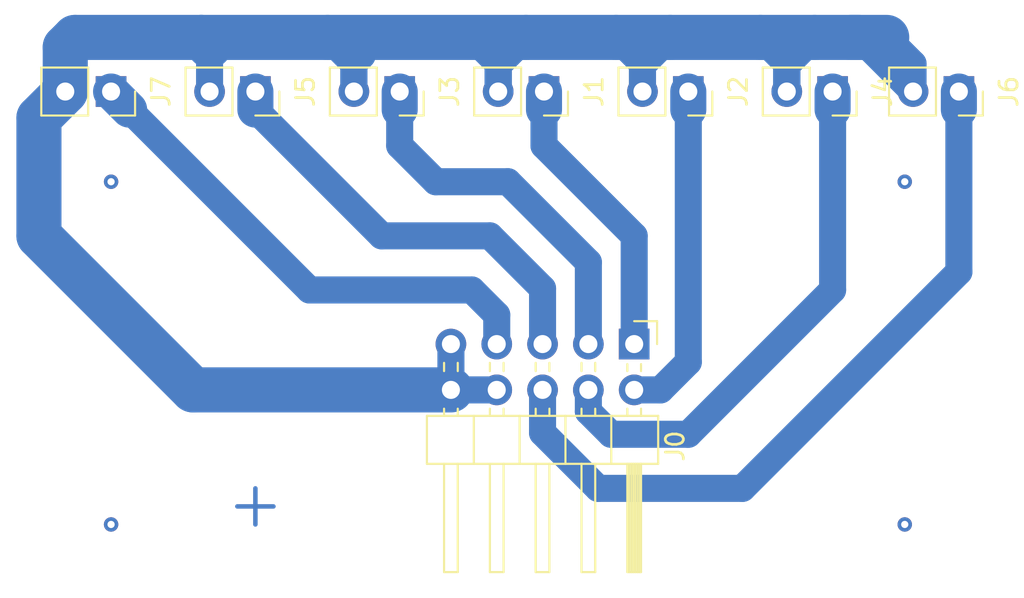
<source format=kicad_pcb>
(kicad_pcb (version 20171130) (host pcbnew 5.1.8)

  (general
    (thickness 1.6)
    (drawings 16)
    (tracks 96)
    (zones 0)
    (modules 8)
    (nets 9)
  )

  (page A4)
  (layers
    (0 F.Cu signal)
    (31 B.Cu signal)
    (32 B.Adhes user)
    (33 F.Adhes user)
    (34 B.Paste user)
    (35 F.Paste user)
    (36 B.SilkS user)
    (37 F.SilkS user)
    (38 B.Mask user)
    (39 F.Mask user)
    (40 Dwgs.User user)
    (41 Cmts.User user)
    (42 Eco1.User user)
    (43 Eco2.User user)
    (44 Edge.Cuts user)
    (45 Margin user)
    (46 B.CrtYd user)
    (47 F.CrtYd user)
    (48 B.Fab user)
    (49 F.Fab user)
  )

  (setup
    (last_trace_width 0.25)
    (user_trace_width 1.5)
    (user_trace_width 2)
    (user_trace_width 2.5)
    (trace_clearance 0.2)
    (zone_clearance 0.508)
    (zone_45_only no)
    (trace_min 0.2)
    (via_size 0.8)
    (via_drill 0.4)
    (via_min_size 0.4)
    (via_min_drill 0.3)
    (uvia_size 0.3)
    (uvia_drill 0.1)
    (uvias_allowed no)
    (uvia_min_size 0.2)
    (uvia_min_drill 0.1)
    (edge_width 0.05)
    (segment_width 0.2)
    (pcb_text_width 0.3)
    (pcb_text_size 1.5 1.5)
    (mod_edge_width 0.12)
    (mod_text_size 1 1)
    (mod_text_width 0.15)
    (pad_size 1.524 1.524)
    (pad_drill 0.762)
    (pad_to_mask_clearance 0)
    (aux_axis_origin 0 0)
    (visible_elements FFFFFF7F)
    (pcbplotparams
      (layerselection 0x00840_fffffffe)
      (usegerberextensions false)
      (usegerberattributes true)
      (usegerberadvancedattributes true)
      (creategerberjobfile true)
      (excludeedgelayer false)
      (linewidth 0.100000)
      (plotframeref false)
      (viasonmask false)
      (mode 1)
      (useauxorigin false)
      (hpglpennumber 1)
      (hpglpenspeed 20)
      (hpglpendiameter 15.000000)
      (psnegative false)
      (psa4output false)
      (plotreference false)
      (plotvalue false)
      (plotinvisibletext false)
      (padsonsilk true)
      (subtractmaskfromsilk false)
      (outputformat 1)
      (mirror false)
      (drillshape 0)
      (scaleselection 1)
      (outputdirectory "Gerber/"))
  )

  (net 0 "")
  (net 1 /SEG_D)
  (net 2 /SEG_C)
  (net 3 /SEG_E)
  (net 4 /SEG_B)
  (net 5 /SEG_F)
  (net 6 /SEG_A)
  (net 7 /SEG_G)
  (net 8 /+12V)

  (net_class Default "This is the default net class."
    (clearance 0.2)
    (trace_width 0.25)
    (via_dia 0.8)
    (via_drill 0.4)
    (uvia_dia 0.3)
    (uvia_drill 0.1)
    (add_net /+12V)
    (add_net /SEG_A)
    (add_net /SEG_B)
    (add_net /SEG_C)
    (add_net /SEG_D)
    (add_net /SEG_E)
    (add_net /SEG_F)
    (add_net /SEG_G)
  )

  (module Connector_PinSocket_2.54mm:PinSocket_1x02_P2.54mm_Vertical (layer F.Cu) (tedit 5A19A420) (tstamp 5FB839C3)
    (at 176 62 270)
    (descr "Through hole straight socket strip, 1x02, 2.54mm pitch, single row (from Kicad 4.0.7), script generated")
    (tags "Through hole socket strip THT 1x02 2.54mm single row")
    (path /5FB9468F)
    (fp_text reference J4 (at 0 -2.77 90) (layer F.SilkS)
      (effects (font (size 1 1) (thickness 0.15)))
    )
    (fp_text value Conn_B (at 0 5.31 90) (layer F.Fab)
      (effects (font (size 1 1) (thickness 0.15)))
    )
    (fp_line (start -1.8 4.3) (end -1.8 -1.8) (layer F.CrtYd) (width 0.05))
    (fp_line (start 1.75 4.3) (end -1.8 4.3) (layer F.CrtYd) (width 0.05))
    (fp_line (start 1.75 -1.8) (end 1.75 4.3) (layer F.CrtYd) (width 0.05))
    (fp_line (start -1.8 -1.8) (end 1.75 -1.8) (layer F.CrtYd) (width 0.05))
    (fp_line (start 0 -1.33) (end 1.33 -1.33) (layer F.SilkS) (width 0.12))
    (fp_line (start 1.33 -1.33) (end 1.33 0) (layer F.SilkS) (width 0.12))
    (fp_line (start 1.33 1.27) (end 1.33 3.87) (layer F.SilkS) (width 0.12))
    (fp_line (start -1.33 3.87) (end 1.33 3.87) (layer F.SilkS) (width 0.12))
    (fp_line (start -1.33 1.27) (end -1.33 3.87) (layer F.SilkS) (width 0.12))
    (fp_line (start -1.33 1.27) (end 1.33 1.27) (layer F.SilkS) (width 0.12))
    (fp_line (start -1.27 3.81) (end -1.27 -1.27) (layer F.Fab) (width 0.1))
    (fp_line (start 1.27 3.81) (end -1.27 3.81) (layer F.Fab) (width 0.1))
    (fp_line (start 1.27 -0.635) (end 1.27 3.81) (layer F.Fab) (width 0.1))
    (fp_line (start 0.635 -1.27) (end 1.27 -0.635) (layer F.Fab) (width 0.1))
    (fp_line (start -1.27 -1.27) (end 0.635 -1.27) (layer F.Fab) (width 0.1))
    (fp_text user %R (at 0 1.27) (layer F.Fab)
      (effects (font (size 1 1) (thickness 0.15)))
    )
    (pad 2 thru_hole oval (at 0 2.54 270) (size 1.7 1.7) (drill 1) (layers *.Cu *.Mask)
      (net 8 /+12V))
    (pad 1 thru_hole rect (at 0 0 270) (size 1.7 1.7) (drill 1) (layers *.Cu *.Mask)
      (net 4 /SEG_B))
    (model ${KISYS3DMOD}/Connector_PinSocket_2.54mm.3dshapes/PinSocket_1x02_P2.54mm_Vertical.wrl
      (at (xyz 0 0 0))
      (scale (xyz 1 1 1))
      (rotate (xyz 0 0 0))
    )
  )

  (module Connector_PinSocket_2.54mm:PinSocket_1x02_P2.54mm_Vertical (layer F.Cu) (tedit 5A19A420) (tstamp 5FB83B6A)
    (at 136 62 270)
    (descr "Through hole straight socket strip, 1x02, 2.54mm pitch, single row (from Kicad 4.0.7), script generated")
    (tags "Through hole socket strip THT 1x02 2.54mm single row")
    (path /5FB972F8)
    (fp_text reference J7 (at 0 -2.77 90) (layer F.SilkS)
      (effects (font (size 1 1) (thickness 0.15)))
    )
    (fp_text value Conn_G (at 0 5.31 90) (layer F.Fab)
      (effects (font (size 1 1) (thickness 0.15)))
    )
    (fp_line (start -1.8 4.3) (end -1.8 -1.8) (layer F.CrtYd) (width 0.05))
    (fp_line (start 1.75 4.3) (end -1.8 4.3) (layer F.CrtYd) (width 0.05))
    (fp_line (start 1.75 -1.8) (end 1.75 4.3) (layer F.CrtYd) (width 0.05))
    (fp_line (start -1.8 -1.8) (end 1.75 -1.8) (layer F.CrtYd) (width 0.05))
    (fp_line (start 0 -1.33) (end 1.33 -1.33) (layer F.SilkS) (width 0.12))
    (fp_line (start 1.33 -1.33) (end 1.33 0) (layer F.SilkS) (width 0.12))
    (fp_line (start 1.33 1.27) (end 1.33 3.87) (layer F.SilkS) (width 0.12))
    (fp_line (start -1.33 3.87) (end 1.33 3.87) (layer F.SilkS) (width 0.12))
    (fp_line (start -1.33 1.27) (end -1.33 3.87) (layer F.SilkS) (width 0.12))
    (fp_line (start -1.33 1.27) (end 1.33 1.27) (layer F.SilkS) (width 0.12))
    (fp_line (start -1.27 3.81) (end -1.27 -1.27) (layer F.Fab) (width 0.1))
    (fp_line (start 1.27 3.81) (end -1.27 3.81) (layer F.Fab) (width 0.1))
    (fp_line (start 1.27 -0.635) (end 1.27 3.81) (layer F.Fab) (width 0.1))
    (fp_line (start 0.635 -1.27) (end 1.27 -0.635) (layer F.Fab) (width 0.1))
    (fp_line (start -1.27 -1.27) (end 0.635 -1.27) (layer F.Fab) (width 0.1))
    (fp_text user %R (at 0 1.27) (layer F.Fab)
      (effects (font (size 1 1) (thickness 0.15)))
    )
    (pad 2 thru_hole oval (at 0 2.54 270) (size 1.7 1.7) (drill 1) (layers *.Cu *.Mask)
      (net 8 /+12V))
    (pad 1 thru_hole rect (at 0 0 270) (size 1.7 1.7) (drill 1) (layers *.Cu *.Mask)
      (net 7 /SEG_G))
    (model ${KISYS3DMOD}/Connector_PinSocket_2.54mm.3dshapes/PinSocket_1x02_P2.54mm_Vertical.wrl
      (at (xyz 0 0 0))
      (scale (xyz 1 1 1))
      (rotate (xyz 0 0 0))
    )
  )

  (module Connector_PinSocket_2.54mm:PinSocket_1x02_P2.54mm_Vertical (layer F.Cu) (tedit 5A19A420) (tstamp 5FB839AD)
    (at 152 62 270)
    (descr "Through hole straight socket strip, 1x02, 2.54mm pitch, single row (from Kicad 4.0.7), script generated")
    (tags "Through hole socket strip THT 1x02 2.54mm single row")
    (path /5FB917C5)
    (fp_text reference J3 (at 0 -2.77 90) (layer F.SilkS)
      (effects (font (size 1 1) (thickness 0.15)))
    )
    (fp_text value Conn_E (at 0 5.31 90) (layer F.Fab)
      (effects (font (size 1 1) (thickness 0.15)))
    )
    (fp_line (start -1.8 4.3) (end -1.8 -1.8) (layer F.CrtYd) (width 0.05))
    (fp_line (start 1.75 4.3) (end -1.8 4.3) (layer F.CrtYd) (width 0.05))
    (fp_line (start 1.75 -1.8) (end 1.75 4.3) (layer F.CrtYd) (width 0.05))
    (fp_line (start -1.8 -1.8) (end 1.75 -1.8) (layer F.CrtYd) (width 0.05))
    (fp_line (start 0 -1.33) (end 1.33 -1.33) (layer F.SilkS) (width 0.12))
    (fp_line (start 1.33 -1.33) (end 1.33 0) (layer F.SilkS) (width 0.12))
    (fp_line (start 1.33 1.27) (end 1.33 3.87) (layer F.SilkS) (width 0.12))
    (fp_line (start -1.33 3.87) (end 1.33 3.87) (layer F.SilkS) (width 0.12))
    (fp_line (start -1.33 1.27) (end -1.33 3.87) (layer F.SilkS) (width 0.12))
    (fp_line (start -1.33 1.27) (end 1.33 1.27) (layer F.SilkS) (width 0.12))
    (fp_line (start -1.27 3.81) (end -1.27 -1.27) (layer F.Fab) (width 0.1))
    (fp_line (start 1.27 3.81) (end -1.27 3.81) (layer F.Fab) (width 0.1))
    (fp_line (start 1.27 -0.635) (end 1.27 3.81) (layer F.Fab) (width 0.1))
    (fp_line (start 0.635 -1.27) (end 1.27 -0.635) (layer F.Fab) (width 0.1))
    (fp_line (start -1.27 -1.27) (end 0.635 -1.27) (layer F.Fab) (width 0.1))
    (fp_text user %R (at 0 1.27) (layer F.Fab)
      (effects (font (size 1 1) (thickness 0.15)))
    )
    (pad 2 thru_hole oval (at 0 2.54 270) (size 1.7 1.7) (drill 1) (layers *.Cu *.Mask)
      (net 8 /+12V))
    (pad 1 thru_hole rect (at 0 0 270) (size 1.7 1.7) (drill 1) (layers *.Cu *.Mask)
      (net 3 /SEG_E))
    (model ${KISYS3DMOD}/Connector_PinSocket_2.54mm.3dshapes/PinSocket_1x02_P2.54mm_Vertical.wrl
      (at (xyz 0 0 0))
      (scale (xyz 1 1 1))
      (rotate (xyz 0 0 0))
    )
  )

  (module Connector_PinSocket_2.54mm:PinSocket_1x02_P2.54mm_Vertical (layer F.Cu) (tedit 5A19A420) (tstamp 5FB83997)
    (at 168 62 270)
    (descr "Through hole straight socket strip, 1x02, 2.54mm pitch, single row (from Kicad 4.0.7), script generated")
    (tags "Through hole socket strip THT 1x02 2.54mm single row")
    (path /5FB90BAE)
    (fp_text reference J2 (at 0 -2.77 90) (layer F.SilkS)
      (effects (font (size 1 1) (thickness 0.15)))
    )
    (fp_text value Conn_C (at 0 5.31 90) (layer F.Fab)
      (effects (font (size 1 1) (thickness 0.15)))
    )
    (fp_line (start -1.8 4.3) (end -1.8 -1.8) (layer F.CrtYd) (width 0.05))
    (fp_line (start 1.75 4.3) (end -1.8 4.3) (layer F.CrtYd) (width 0.05))
    (fp_line (start 1.75 -1.8) (end 1.75 4.3) (layer F.CrtYd) (width 0.05))
    (fp_line (start -1.8 -1.8) (end 1.75 -1.8) (layer F.CrtYd) (width 0.05))
    (fp_line (start 0 -1.33) (end 1.33 -1.33) (layer F.SilkS) (width 0.12))
    (fp_line (start 1.33 -1.33) (end 1.33 0) (layer F.SilkS) (width 0.12))
    (fp_line (start 1.33 1.27) (end 1.33 3.87) (layer F.SilkS) (width 0.12))
    (fp_line (start -1.33 3.87) (end 1.33 3.87) (layer F.SilkS) (width 0.12))
    (fp_line (start -1.33 1.27) (end -1.33 3.87) (layer F.SilkS) (width 0.12))
    (fp_line (start -1.33 1.27) (end 1.33 1.27) (layer F.SilkS) (width 0.12))
    (fp_line (start -1.27 3.81) (end -1.27 -1.27) (layer F.Fab) (width 0.1))
    (fp_line (start 1.27 3.81) (end -1.27 3.81) (layer F.Fab) (width 0.1))
    (fp_line (start 1.27 -0.635) (end 1.27 3.81) (layer F.Fab) (width 0.1))
    (fp_line (start 0.635 -1.27) (end 1.27 -0.635) (layer F.Fab) (width 0.1))
    (fp_line (start -1.27 -1.27) (end 0.635 -1.27) (layer F.Fab) (width 0.1))
    (fp_text user %R (at 0 1.27) (layer F.Fab)
      (effects (font (size 1 1) (thickness 0.15)))
    )
    (pad 2 thru_hole oval (at 0 2.54 270) (size 1.7 1.7) (drill 1) (layers *.Cu *.Mask)
      (net 8 /+12V))
    (pad 1 thru_hole rect (at 0 0 270) (size 1.7 1.7) (drill 1) (layers *.Cu *.Mask)
      (net 2 /SEG_C))
    (model ${KISYS3DMOD}/Connector_PinSocket_2.54mm.3dshapes/PinSocket_1x02_P2.54mm_Vertical.wrl
      (at (xyz 0 0 0))
      (scale (xyz 1 1 1))
      (rotate (xyz 0 0 0))
    )
  )

  (module Connector_PinSocket_2.54mm:PinSocket_1x02_P2.54mm_Vertical (layer F.Cu) (tedit 5A19A420) (tstamp 5FB839EF)
    (at 183 62 270)
    (descr "Through hole straight socket strip, 1x02, 2.54mm pitch, single row (from Kicad 4.0.7), script generated")
    (tags "Through hole socket strip THT 1x02 2.54mm single row")
    (path /5FB9655A)
    (fp_text reference J6 (at 0 -2.77 90) (layer F.SilkS)
      (effects (font (size 1 1) (thickness 0.15)))
    )
    (fp_text value Conn_A (at 0 5.31 90) (layer F.Fab)
      (effects (font (size 1 1) (thickness 0.15)))
    )
    (fp_line (start -1.8 4.3) (end -1.8 -1.8) (layer F.CrtYd) (width 0.05))
    (fp_line (start 1.75 4.3) (end -1.8 4.3) (layer F.CrtYd) (width 0.05))
    (fp_line (start 1.75 -1.8) (end 1.75 4.3) (layer F.CrtYd) (width 0.05))
    (fp_line (start -1.8 -1.8) (end 1.75 -1.8) (layer F.CrtYd) (width 0.05))
    (fp_line (start 0 -1.33) (end 1.33 -1.33) (layer F.SilkS) (width 0.12))
    (fp_line (start 1.33 -1.33) (end 1.33 0) (layer F.SilkS) (width 0.12))
    (fp_line (start 1.33 1.27) (end 1.33 3.87) (layer F.SilkS) (width 0.12))
    (fp_line (start -1.33 3.87) (end 1.33 3.87) (layer F.SilkS) (width 0.12))
    (fp_line (start -1.33 1.27) (end -1.33 3.87) (layer F.SilkS) (width 0.12))
    (fp_line (start -1.33 1.27) (end 1.33 1.27) (layer F.SilkS) (width 0.12))
    (fp_line (start -1.27 3.81) (end -1.27 -1.27) (layer F.Fab) (width 0.1))
    (fp_line (start 1.27 3.81) (end -1.27 3.81) (layer F.Fab) (width 0.1))
    (fp_line (start 1.27 -0.635) (end 1.27 3.81) (layer F.Fab) (width 0.1))
    (fp_line (start 0.635 -1.27) (end 1.27 -0.635) (layer F.Fab) (width 0.1))
    (fp_line (start -1.27 -1.27) (end 0.635 -1.27) (layer F.Fab) (width 0.1))
    (fp_text user %R (at 0 1.27) (layer F.Fab)
      (effects (font (size 1 1) (thickness 0.15)))
    )
    (pad 2 thru_hole oval (at 0 2.54 270) (size 1.7 1.7) (drill 1) (layers *.Cu *.Mask)
      (net 8 /+12V))
    (pad 1 thru_hole rect (at 0 0 270) (size 1.7 1.7) (drill 1) (layers *.Cu *.Mask)
      (net 6 /SEG_A))
    (model ${KISYS3DMOD}/Connector_PinSocket_2.54mm.3dshapes/PinSocket_1x02_P2.54mm_Vertical.wrl
      (at (xyz 0 0 0))
      (scale (xyz 1 1 1))
      (rotate (xyz 0 0 0))
    )
  )

  (module Connector_PinSocket_2.54mm:PinSocket_1x02_P2.54mm_Vertical (layer F.Cu) (tedit 5A19A420) (tstamp 5FB83AD3)
    (at 160 62 270)
    (descr "Through hole straight socket strip, 1x02, 2.54mm pitch, single row (from Kicad 4.0.7), script generated")
    (tags "Through hole socket strip THT 1x02 2.54mm single row")
    (path /5FB8EB95)
    (fp_text reference J1 (at 0 -2.77 90) (layer F.SilkS)
      (effects (font (size 1 1) (thickness 0.15)))
    )
    (fp_text value Conn_D (at 0 5.31 90) (layer F.Fab)
      (effects (font (size 1 1) (thickness 0.15)))
    )
    (fp_line (start -1.8 4.3) (end -1.8 -1.8) (layer F.CrtYd) (width 0.05))
    (fp_line (start 1.75 4.3) (end -1.8 4.3) (layer F.CrtYd) (width 0.05))
    (fp_line (start 1.75 -1.8) (end 1.75 4.3) (layer F.CrtYd) (width 0.05))
    (fp_line (start -1.8 -1.8) (end 1.75 -1.8) (layer F.CrtYd) (width 0.05))
    (fp_line (start 0 -1.33) (end 1.33 -1.33) (layer F.SilkS) (width 0.12))
    (fp_line (start 1.33 -1.33) (end 1.33 0) (layer F.SilkS) (width 0.12))
    (fp_line (start 1.33 1.27) (end 1.33 3.87) (layer F.SilkS) (width 0.12))
    (fp_line (start -1.33 3.87) (end 1.33 3.87) (layer F.SilkS) (width 0.12))
    (fp_line (start -1.33 1.27) (end -1.33 3.87) (layer F.SilkS) (width 0.12))
    (fp_line (start -1.33 1.27) (end 1.33 1.27) (layer F.SilkS) (width 0.12))
    (fp_line (start -1.27 3.81) (end -1.27 -1.27) (layer F.Fab) (width 0.1))
    (fp_line (start 1.27 3.81) (end -1.27 3.81) (layer F.Fab) (width 0.1))
    (fp_line (start 1.27 -0.635) (end 1.27 3.81) (layer F.Fab) (width 0.1))
    (fp_line (start 0.635 -1.27) (end 1.27 -0.635) (layer F.Fab) (width 0.1))
    (fp_line (start -1.27 -1.27) (end 0.635 -1.27) (layer F.Fab) (width 0.1))
    (fp_text user %R (at 0 1.27) (layer F.Fab)
      (effects (font (size 1 1) (thickness 0.15)))
    )
    (pad 2 thru_hole oval (at 0 2.54 270) (size 1.7 1.7) (drill 1) (layers *.Cu *.Mask)
      (net 8 /+12V))
    (pad 1 thru_hole rect (at 0 0 270) (size 1.7 1.7) (drill 1) (layers *.Cu *.Mask)
      (net 1 /SEG_D))
    (model ${KISYS3DMOD}/Connector_PinSocket_2.54mm.3dshapes/PinSocket_1x02_P2.54mm_Vertical.wrl
      (at (xyz 0 0 0))
      (scale (xyz 1 1 1))
      (rotate (xyz 0 0 0))
    )
  )

  (module Connector_PinSocket_2.54mm:PinSocket_1x02_P2.54mm_Vertical (layer F.Cu) (tedit 5A19A420) (tstamp 5FB839D9)
    (at 144 62 270)
    (descr "Through hole straight socket strip, 1x02, 2.54mm pitch, single row (from Kicad 4.0.7), script generated")
    (tags "Through hole socket strip THT 1x02 2.54mm single row")
    (path /5FB95496)
    (fp_text reference J5 (at 0 -2.77 90) (layer F.SilkS)
      (effects (font (size 1 1) (thickness 0.15)))
    )
    (fp_text value Conn_F (at 0 5.31 90) (layer F.Fab)
      (effects (font (size 1 1) (thickness 0.15)))
    )
    (fp_line (start -1.8 4.3) (end -1.8 -1.8) (layer F.CrtYd) (width 0.05))
    (fp_line (start 1.75 4.3) (end -1.8 4.3) (layer F.CrtYd) (width 0.05))
    (fp_line (start 1.75 -1.8) (end 1.75 4.3) (layer F.CrtYd) (width 0.05))
    (fp_line (start -1.8 -1.8) (end 1.75 -1.8) (layer F.CrtYd) (width 0.05))
    (fp_line (start 0 -1.33) (end 1.33 -1.33) (layer F.SilkS) (width 0.12))
    (fp_line (start 1.33 -1.33) (end 1.33 0) (layer F.SilkS) (width 0.12))
    (fp_line (start 1.33 1.27) (end 1.33 3.87) (layer F.SilkS) (width 0.12))
    (fp_line (start -1.33 3.87) (end 1.33 3.87) (layer F.SilkS) (width 0.12))
    (fp_line (start -1.33 1.27) (end -1.33 3.87) (layer F.SilkS) (width 0.12))
    (fp_line (start -1.33 1.27) (end 1.33 1.27) (layer F.SilkS) (width 0.12))
    (fp_line (start -1.27 3.81) (end -1.27 -1.27) (layer F.Fab) (width 0.1))
    (fp_line (start 1.27 3.81) (end -1.27 3.81) (layer F.Fab) (width 0.1))
    (fp_line (start 1.27 -0.635) (end 1.27 3.81) (layer F.Fab) (width 0.1))
    (fp_line (start 0.635 -1.27) (end 1.27 -0.635) (layer F.Fab) (width 0.1))
    (fp_line (start -1.27 -1.27) (end 0.635 -1.27) (layer F.Fab) (width 0.1))
    (fp_text user %R (at 0 1.27) (layer F.Fab)
      (effects (font (size 1 1) (thickness 0.15)))
    )
    (pad 2 thru_hole oval (at 0 2.54 270) (size 1.7 1.7) (drill 1) (layers *.Cu *.Mask)
      (net 8 /+12V))
    (pad 1 thru_hole rect (at 0 0 270) (size 1.7 1.7) (drill 1) (layers *.Cu *.Mask)
      (net 5 /SEG_F))
    (model ${KISYS3DMOD}/Connector_PinSocket_2.54mm.3dshapes/PinSocket_1x02_P2.54mm_Vertical.wrl
      (at (xyz 0 0 0))
      (scale (xyz 1 1 1))
      (rotate (xyz 0 0 0))
    )
  )

  (module Connector_PinHeader_2.54mm:PinHeader_2x05_P2.54mm_Horizontal (layer F.Cu) (tedit 59FED5CB) (tstamp 5FB7AC14)
    (at 165 76 270)
    (descr "Through hole angled pin header, 2x05, 2.54mm pitch, 6mm pin length, double rows")
    (tags "Through hole angled pin header THT 2x05 2.54mm double row")
    (path /5FC01017)
    (fp_text reference J0 (at 5.655 -2.27 90) (layer F.SilkS)
      (effects (font (size 1 1) (thickness 0.15)))
    )
    (fp_text value Flat_7seg_F (at 5.655 12.43 90) (layer F.Fab)
      (effects (font (size 1 1) (thickness 0.15)))
    )
    (fp_line (start 4.675 -1.27) (end 6.58 -1.27) (layer F.Fab) (width 0.1))
    (fp_line (start 6.58 -1.27) (end 6.58 11.43) (layer F.Fab) (width 0.1))
    (fp_line (start 6.58 11.43) (end 4.04 11.43) (layer F.Fab) (width 0.1))
    (fp_line (start 4.04 11.43) (end 4.04 -0.635) (layer F.Fab) (width 0.1))
    (fp_line (start 4.04 -0.635) (end 4.675 -1.27) (layer F.Fab) (width 0.1))
    (fp_line (start -0.32 -0.32) (end 4.04 -0.32) (layer F.Fab) (width 0.1))
    (fp_line (start -0.32 -0.32) (end -0.32 0.32) (layer F.Fab) (width 0.1))
    (fp_line (start -0.32 0.32) (end 4.04 0.32) (layer F.Fab) (width 0.1))
    (fp_line (start 6.58 -0.32) (end 12.58 -0.32) (layer F.Fab) (width 0.1))
    (fp_line (start 12.58 -0.32) (end 12.58 0.32) (layer F.Fab) (width 0.1))
    (fp_line (start 6.58 0.32) (end 12.58 0.32) (layer F.Fab) (width 0.1))
    (fp_line (start -0.32 2.22) (end 4.04 2.22) (layer F.Fab) (width 0.1))
    (fp_line (start -0.32 2.22) (end -0.32 2.86) (layer F.Fab) (width 0.1))
    (fp_line (start -0.32 2.86) (end 4.04 2.86) (layer F.Fab) (width 0.1))
    (fp_line (start 6.58 2.22) (end 12.58 2.22) (layer F.Fab) (width 0.1))
    (fp_line (start 12.58 2.22) (end 12.58 2.86) (layer F.Fab) (width 0.1))
    (fp_line (start 6.58 2.86) (end 12.58 2.86) (layer F.Fab) (width 0.1))
    (fp_line (start -0.32 4.76) (end 4.04 4.76) (layer F.Fab) (width 0.1))
    (fp_line (start -0.32 4.76) (end -0.32 5.4) (layer F.Fab) (width 0.1))
    (fp_line (start -0.32 5.4) (end 4.04 5.4) (layer F.Fab) (width 0.1))
    (fp_line (start 6.58 4.76) (end 12.58 4.76) (layer F.Fab) (width 0.1))
    (fp_line (start 12.58 4.76) (end 12.58 5.4) (layer F.Fab) (width 0.1))
    (fp_line (start 6.58 5.4) (end 12.58 5.4) (layer F.Fab) (width 0.1))
    (fp_line (start -0.32 7.3) (end 4.04 7.3) (layer F.Fab) (width 0.1))
    (fp_line (start -0.32 7.3) (end -0.32 7.94) (layer F.Fab) (width 0.1))
    (fp_line (start -0.32 7.94) (end 4.04 7.94) (layer F.Fab) (width 0.1))
    (fp_line (start 6.58 7.3) (end 12.58 7.3) (layer F.Fab) (width 0.1))
    (fp_line (start 12.58 7.3) (end 12.58 7.94) (layer F.Fab) (width 0.1))
    (fp_line (start 6.58 7.94) (end 12.58 7.94) (layer F.Fab) (width 0.1))
    (fp_line (start -0.32 9.84) (end 4.04 9.84) (layer F.Fab) (width 0.1))
    (fp_line (start -0.32 9.84) (end -0.32 10.48) (layer F.Fab) (width 0.1))
    (fp_line (start -0.32 10.48) (end 4.04 10.48) (layer F.Fab) (width 0.1))
    (fp_line (start 6.58 9.84) (end 12.58 9.84) (layer F.Fab) (width 0.1))
    (fp_line (start 12.58 9.84) (end 12.58 10.48) (layer F.Fab) (width 0.1))
    (fp_line (start 6.58 10.48) (end 12.58 10.48) (layer F.Fab) (width 0.1))
    (fp_line (start 3.98 -1.33) (end 3.98 11.49) (layer F.SilkS) (width 0.12))
    (fp_line (start 3.98 11.49) (end 6.64 11.49) (layer F.SilkS) (width 0.12))
    (fp_line (start 6.64 11.49) (end 6.64 -1.33) (layer F.SilkS) (width 0.12))
    (fp_line (start 6.64 -1.33) (end 3.98 -1.33) (layer F.SilkS) (width 0.12))
    (fp_line (start 6.64 -0.38) (end 12.64 -0.38) (layer F.SilkS) (width 0.12))
    (fp_line (start 12.64 -0.38) (end 12.64 0.38) (layer F.SilkS) (width 0.12))
    (fp_line (start 12.64 0.38) (end 6.64 0.38) (layer F.SilkS) (width 0.12))
    (fp_line (start 6.64 -0.32) (end 12.64 -0.32) (layer F.SilkS) (width 0.12))
    (fp_line (start 6.64 -0.2) (end 12.64 -0.2) (layer F.SilkS) (width 0.12))
    (fp_line (start 6.64 -0.08) (end 12.64 -0.08) (layer F.SilkS) (width 0.12))
    (fp_line (start 6.64 0.04) (end 12.64 0.04) (layer F.SilkS) (width 0.12))
    (fp_line (start 6.64 0.16) (end 12.64 0.16) (layer F.SilkS) (width 0.12))
    (fp_line (start 6.64 0.28) (end 12.64 0.28) (layer F.SilkS) (width 0.12))
    (fp_line (start 3.582929 -0.38) (end 3.98 -0.38) (layer F.SilkS) (width 0.12))
    (fp_line (start 3.582929 0.38) (end 3.98 0.38) (layer F.SilkS) (width 0.12))
    (fp_line (start 1.11 -0.38) (end 1.497071 -0.38) (layer F.SilkS) (width 0.12))
    (fp_line (start 1.11 0.38) (end 1.497071 0.38) (layer F.SilkS) (width 0.12))
    (fp_line (start 3.98 1.27) (end 6.64 1.27) (layer F.SilkS) (width 0.12))
    (fp_line (start 6.64 2.16) (end 12.64 2.16) (layer F.SilkS) (width 0.12))
    (fp_line (start 12.64 2.16) (end 12.64 2.92) (layer F.SilkS) (width 0.12))
    (fp_line (start 12.64 2.92) (end 6.64 2.92) (layer F.SilkS) (width 0.12))
    (fp_line (start 3.582929 2.16) (end 3.98 2.16) (layer F.SilkS) (width 0.12))
    (fp_line (start 3.582929 2.92) (end 3.98 2.92) (layer F.SilkS) (width 0.12))
    (fp_line (start 1.042929 2.16) (end 1.497071 2.16) (layer F.SilkS) (width 0.12))
    (fp_line (start 1.042929 2.92) (end 1.497071 2.92) (layer F.SilkS) (width 0.12))
    (fp_line (start 3.98 3.81) (end 6.64 3.81) (layer F.SilkS) (width 0.12))
    (fp_line (start 6.64 4.7) (end 12.64 4.7) (layer F.SilkS) (width 0.12))
    (fp_line (start 12.64 4.7) (end 12.64 5.46) (layer F.SilkS) (width 0.12))
    (fp_line (start 12.64 5.46) (end 6.64 5.46) (layer F.SilkS) (width 0.12))
    (fp_line (start 3.582929 4.7) (end 3.98 4.7) (layer F.SilkS) (width 0.12))
    (fp_line (start 3.582929 5.46) (end 3.98 5.46) (layer F.SilkS) (width 0.12))
    (fp_line (start 1.042929 4.7) (end 1.497071 4.7) (layer F.SilkS) (width 0.12))
    (fp_line (start 1.042929 5.46) (end 1.497071 5.46) (layer F.SilkS) (width 0.12))
    (fp_line (start 3.98 6.35) (end 6.64 6.35) (layer F.SilkS) (width 0.12))
    (fp_line (start 6.64 7.24) (end 12.64 7.24) (layer F.SilkS) (width 0.12))
    (fp_line (start 12.64 7.24) (end 12.64 8) (layer F.SilkS) (width 0.12))
    (fp_line (start 12.64 8) (end 6.64 8) (layer F.SilkS) (width 0.12))
    (fp_line (start 3.582929 7.24) (end 3.98 7.24) (layer F.SilkS) (width 0.12))
    (fp_line (start 3.582929 8) (end 3.98 8) (layer F.SilkS) (width 0.12))
    (fp_line (start 1.042929 7.24) (end 1.497071 7.24) (layer F.SilkS) (width 0.12))
    (fp_line (start 1.042929 8) (end 1.497071 8) (layer F.SilkS) (width 0.12))
    (fp_line (start 3.98 8.89) (end 6.64 8.89) (layer F.SilkS) (width 0.12))
    (fp_line (start 6.64 9.78) (end 12.64 9.78) (layer F.SilkS) (width 0.12))
    (fp_line (start 12.64 9.78) (end 12.64 10.54) (layer F.SilkS) (width 0.12))
    (fp_line (start 12.64 10.54) (end 6.64 10.54) (layer F.SilkS) (width 0.12))
    (fp_line (start 3.582929 9.78) (end 3.98 9.78) (layer F.SilkS) (width 0.12))
    (fp_line (start 3.582929 10.54) (end 3.98 10.54) (layer F.SilkS) (width 0.12))
    (fp_line (start 1.042929 9.78) (end 1.497071 9.78) (layer F.SilkS) (width 0.12))
    (fp_line (start 1.042929 10.54) (end 1.497071 10.54) (layer F.SilkS) (width 0.12))
    (fp_line (start -1.27 0) (end -1.27 -1.27) (layer F.SilkS) (width 0.12))
    (fp_line (start -1.27 -1.27) (end 0 -1.27) (layer F.SilkS) (width 0.12))
    (fp_line (start -1.8 -1.8) (end -1.8 11.95) (layer F.CrtYd) (width 0.05))
    (fp_line (start -1.8 11.95) (end 13.1 11.95) (layer F.CrtYd) (width 0.05))
    (fp_line (start 13.1 11.95) (end 13.1 -1.8) (layer F.CrtYd) (width 0.05))
    (fp_line (start 13.1 -1.8) (end -1.8 -1.8) (layer F.CrtYd) (width 0.05))
    (fp_text user %R (at 5.31 5.08) (layer F.Fab)
      (effects (font (size 1 1) (thickness 0.15)))
    )
    (pad 1 thru_hole rect (at 0 0 270) (size 1.7 1.7) (drill 1) (layers *.Cu *.Mask)
      (net 1 /SEG_D))
    (pad 2 thru_hole oval (at 2.54 0 270) (size 1.7 1.7) (drill 1) (layers *.Cu *.Mask)
      (net 2 /SEG_C))
    (pad 3 thru_hole oval (at 0 2.54 270) (size 1.7 1.7) (drill 1) (layers *.Cu *.Mask)
      (net 3 /SEG_E))
    (pad 4 thru_hole oval (at 2.54 2.54 270) (size 1.7 1.7) (drill 1) (layers *.Cu *.Mask)
      (net 4 /SEG_B))
    (pad 5 thru_hole oval (at 0 5.08 270) (size 1.7 1.7) (drill 1) (layers *.Cu *.Mask)
      (net 5 /SEG_F))
    (pad 6 thru_hole oval (at 2.54 5.08 270) (size 1.7 1.7) (drill 1) (layers *.Cu *.Mask)
      (net 6 /SEG_A))
    (pad 7 thru_hole oval (at 0 7.62 270) (size 1.7 1.7) (drill 1) (layers *.Cu *.Mask)
      (net 7 /SEG_G))
    (pad 8 thru_hole oval (at 2.54 7.62 270) (size 1.7 1.7) (drill 1) (layers *.Cu *.Mask)
      (net 8 /+12V))
    (pad 9 thru_hole oval (at 0 10.16 270) (size 1.7 1.7) (drill 1) (layers *.Cu *.Mask)
      (net 8 /+12V))
    (pad 10 thru_hole oval (at 2.54 10.16 270) (size 1.7 1.7) (drill 1) (layers *.Cu *.Mask)
      (net 8 /+12V))
    (model ${KISYS3DMOD}/Connector_PinHeader_2.54mm.3dshapes/PinHeader_2x05_P2.54mm_Horizontal.wrl
      (at (xyz 0 0 0))
      (scale (xyz 1 1 1))
      (rotate (xyz 0 0 0))
    )
  )

  (gr_circle (center 136 67) (end 137 66) (layer Eco2.User) (width 0.25))
  (gr_circle (center 136 86) (end 137 85) (layer Eco2.User) (width 0.25))
  (gr_circle (center 180 86) (end 181 85) (layer Eco2.User) (width 0.25))
  (gr_circle (center 180 67) (end 181 68) (layer Eco2.User) (width 0.25))
  (gr_line (start 145 85) (end 143 85) (layer Eco2.User) (width 0.25))
  (gr_line (start 144 84) (end 144 86) (layer Eco2.User) (width 0.25))
  (gr_text 33mm (at 183 82) (layer Eco2.User)
    (effects (font (size 1 1) (thickness 0.15)))
  )
  (gr_text 56mm (at 140 89) (layer Eco2.User)
    (effects (font (size 1 1) (thickness 0.15)))
  )
  (gr_circle (center 180 86) (end 181 87) (layer Dwgs.User) (width 0.15) (tstamp 5FB83F7D))
  (gr_circle (center 136 86) (end 137 87) (layer Dwgs.User) (width 0.15) (tstamp 5FB83F7D))
  (gr_circle (center 136 67) (end 137 68) (layer Dwgs.User) (width 0.15) (tstamp 5FB83F7D))
  (gr_circle (center 180 67) (end 181 68) (layer Dwgs.User) (width 0.15))
  (gr_line (start 186 57) (end 130 57) (layer Eco2.User) (width 0.15) (tstamp 5FB83F78))
  (gr_line (start 186 90) (end 186 57) (layer Eco2.User) (width 0.15))
  (gr_line (start 130 90) (end 186 90) (layer Eco2.User) (width 0.15))
  (gr_line (start 130 57) (end 130 90) (layer Eco2.User) (width 0.15))

  (via (at 180 67) (size 0.8) (drill 0.4) (layers F.Cu B.Cu) (net 0))
  (via (at 180 86) (size 0.8) (drill 0.4) (layers F.Cu B.Cu) (net 0))
  (via (at 136 86) (size 0.8) (drill 0.4) (layers F.Cu B.Cu) (net 0))
  (via (at 136 67) (size 0.8) (drill 0.4) (layers F.Cu B.Cu) (net 0))
  (segment (start 144 84) (end 144 86) (width 0.25) (layer B.Cu) (net 0))
  (segment (start 143 85) (end 145 85) (width 0.25) (layer B.Cu) (net 0))
  (segment (start 160 65) (end 165 70) (width 1.5) (layer B.Cu) (net 1))
  (segment (start 165 70) (end 165 76) (width 1.5) (layer B.Cu) (net 1))
  (segment (start 160 62) (end 160 63) (width 2) (layer B.Cu) (net 1))
  (segment (start 160 63) (end 160 65) (width 1.5) (layer B.Cu) (net 1))
  (segment (start 166.46 78.54) (end 168 77) (width 1.5) (layer B.Cu) (net 2))
  (segment (start 165 78.54) (end 166.46 78.54) (width 1.5) (layer B.Cu) (net 2))
  (segment (start 168 62) (end 168 63) (width 2) (layer B.Cu) (net 2))
  (segment (start 168 77) (end 168 63) (width 1.5) (layer B.Cu) (net 2))
  (segment (start 162.46 71.46) (end 158 67) (width 1.5) (layer B.Cu) (net 3))
  (segment (start 158 67) (end 154 67) (width 1.5) (layer B.Cu) (net 3))
  (segment (start 154 67) (end 152 65) (width 1.5) (layer B.Cu) (net 3))
  (segment (start 162.46 76) (end 162.46 71.46) (width 1.5) (layer B.Cu) (net 3))
  (segment (start 152 62) (end 152 63) (width 2) (layer B.Cu) (net 3))
  (segment (start 152 65) (end 152 63) (width 1.5) (layer B.Cu) (net 3))
  (segment (start 162.46 79.742081) (end 163.717919 81) (width 1.5) (layer B.Cu) (net 4))
  (segment (start 163.717919 81) (end 168 81) (width 1.5) (layer B.Cu) (net 4))
  (segment (start 168 81) (end 176 73) (width 1.5) (layer B.Cu) (net 4))
  (segment (start 162.46 78.54) (end 162.46 79.742081) (width 1.5) (layer B.Cu) (net 4))
  (segment (start 176 62) (end 176 63) (width 2) (layer B.Cu) (net 4))
  (segment (start 176 73) (end 176 63) (width 1.5) (layer B.Cu) (net 4))
  (segment (start 151 70) (end 157 70) (width 1.5) (layer B.Cu) (net 5))
  (segment (start 157 70) (end 159.92 72.92) (width 1.5) (layer B.Cu) (net 5))
  (segment (start 144 63) (end 151 70) (width 1.5) (layer B.Cu) (net 5))
  (segment (start 159.92 72.92) (end 159.92 76) (width 1.5) (layer B.Cu) (net 5))
  (segment (start 144 62) (end 144 63) (width 2) (layer B.Cu) (net 5))
  (segment (start 171 84) (end 183 72) (width 1.5) (layer B.Cu) (net 6))
  (segment (start 159.92 80.92) (end 163 84) (width 1.5) (layer B.Cu) (net 6))
  (segment (start 163 84) (end 171 84) (width 1.5) (layer B.Cu) (net 6))
  (segment (start 159.92 78.54) (end 159.92 80.92) (width 1.5) (layer B.Cu) (net 6))
  (segment (start 183 62) (end 183 63) (width 2) (layer B.Cu) (net 6))
  (segment (start 183 72) (end 183 63) (width 1.5) (layer B.Cu) (net 6))
  (segment (start 147 73) (end 156 73) (width 1.5) (layer B.Cu) (net 7))
  (segment (start 156 73) (end 157.38 74.38) (width 1.5) (layer B.Cu) (net 7))
  (segment (start 157.38 74.38) (end 157.38 76) (width 1.5) (layer B.Cu) (net 7))
  (segment (start 136 62) (end 137 63) (width 2) (layer B.Cu) (net 7))
  (segment (start 137 63) (end 147 73) (width 1.5) (layer B.Cu) (net 7))
  (segment (start 154.84 76) (end 154.84 78.54) (width 1.5) (layer B.Cu) (net 8))
  (segment (start 141.46 62) (end 141.46 59.54) (width 1.5) (layer B.Cu) (net 8))
  (segment (start 141.46 59.54) (end 142 59) (width 1.5) (layer B.Cu) (net 8))
  (segment (start 149.46 59.54) (end 150 59) (width 1.5) (layer B.Cu) (net 8))
  (segment (start 142 59) (end 150 59) (width 1.5) (layer B.Cu) (net 8))
  (segment (start 157.46 59.54) (end 158 59) (width 1.5) (layer B.Cu) (net 8))
  (segment (start 165.46 59.54) (end 166 59) (width 1.5) (layer B.Cu) (net 8))
  (segment (start 158 59) (end 166 59) (width 1.5) (layer B.Cu) (net 8))
  (segment (start 173.46 59.54) (end 174 59) (width 1.5) (layer B.Cu) (net 8))
  (segment (start 174 59) (end 177.46 59) (width 1.5) (layer B.Cu) (net 8))
  (segment (start 166 59) (end 174 59) (width 1.5) (layer B.Cu) (net 8))
  (segment (start 140.54 78.54) (end 132 70) (width 2.5) (layer B.Cu) (net 8))
  (segment (start 132 63.46) (end 133.46 62) (width 2.5) (layer B.Cu) (net 8))
  (segment (start 132 70) (end 132 63.46) (width 2.5) (layer B.Cu) (net 8))
  (segment (start 133.46 62) (end 133.46 59.54) (width 2.5) (layer B.Cu) (net 8))
  (segment (start 133.46 59.54) (end 134 59) (width 2.5) (layer B.Cu) (net 8))
  (segment (start 141.46 59.46) (end 141 59) (width 2.5) (layer B.Cu) (net 8))
  (segment (start 141 59) (end 142 59) (width 1.5) (layer B.Cu) (net 8))
  (segment (start 141 59) (end 134 59) (width 2.5) (layer B.Cu) (net 8))
  (segment (start 180.46 62) (end 177.46 59) (width 1.5) (layer B.Cu) (net 8))
  (segment (start 173.46 62) (end 173.46 59.54) (width 1.5) (layer B.Cu) (net 8))
  (segment (start 165.46 62) (end 165.46 59.54) (width 1.5) (layer B.Cu) (net 8))
  (segment (start 157.46 62) (end 157.46 59.54) (width 1.5) (layer B.Cu) (net 8))
  (segment (start 149.46 62) (end 149.46 59.54) (width 1.5) (layer B.Cu) (net 8))
  (segment (start 157.38 78.54) (end 154.84 78.54) (width 1.5) (layer B.Cu) (net 8))
  (segment (start 154.84 78.54) (end 140.54 78.54) (width 2.5) (layer B.Cu) (net 8))
  (segment (start 149.46 60.46) (end 149.92 60) (width 1.5) (layer B.Cu) (net 8))
  (segment (start 149.46 60.46) (end 148 59) (width 1.5) (layer B.Cu) (net 8))
  (segment (start 149.46 62) (end 149.46 60.46) (width 1.5) (layer B.Cu) (net 8))
  (segment (start 141 59) (end 148 59) (width 2.5) (layer B.Cu) (net 8))
  (segment (start 157.46 60.46) (end 156 59) (width 1.5) (layer B.Cu) (net 8))
  (segment (start 157.46 62) (end 157.46 60.46) (width 1.5) (layer B.Cu) (net 8))
  (segment (start 156 59) (end 158 59) (width 1.5) (layer B.Cu) (net 8))
  (segment (start 150 59) (end 156 59) (width 1.5) (layer B.Cu) (net 8))
  (segment (start 157.46 60.54) (end 159 59) (width 1.5) (layer B.Cu) (net 8))
  (segment (start 157.46 62) (end 157.46 60.54) (width 1.5) (layer B.Cu) (net 8))
  (segment (start 148 59) (end 159 59) (width 2.5) (layer B.Cu) (net 8))
  (segment (start 165.46 60.46) (end 164 59) (width 1.5) (layer B.Cu) (net 8))
  (segment (start 165.46 62) (end 165.46 60.46) (width 1.5) (layer B.Cu) (net 8))
  (segment (start 159 59) (end 164 59) (width 2.5) (layer B.Cu) (net 8))
  (segment (start 165.46 60.54) (end 167 59) (width 1.5) (layer B.Cu) (net 8))
  (segment (start 165.46 62) (end 165.46 60.54) (width 1.5) (layer B.Cu) (net 8))
  (segment (start 164 59) (end 167 59) (width 2.5) (layer B.Cu) (net 8))
  (segment (start 173.46 60.46) (end 172 59) (width 1.5) (layer B.Cu) (net 8))
  (segment (start 173.46 62) (end 173.46 60.46) (width 1.5) (layer B.Cu) (net 8))
  (segment (start 167 59) (end 172 59) (width 2.5) (layer B.Cu) (net 8))
  (segment (start 173.46 60.54) (end 175 59) (width 1.5) (layer B.Cu) (net 8))
  (segment (start 173.46 62) (end 173.46 60.54) (width 1.5) (layer B.Cu) (net 8))
  (segment (start 175 59) (end 177.46 59) (width 2.5) (layer B.Cu) (net 8))
  (segment (start 172 59) (end 175 59) (width 2.5) (layer B.Cu) (net 8))
  (segment (start 180.46 62) (end 180.46 60.46) (width 1.5) (layer B.Cu) (net 8))
  (segment (start 180.46 60.46) (end 179 59) (width 1.5) (layer B.Cu) (net 8))
  (segment (start 177 59) (end 179 59) (width 2.5) (layer B.Cu) (net 8))
  (segment (start 177 59) (end 172 59) (width 1.5) (layer B.Cu) (net 8))

)

</source>
